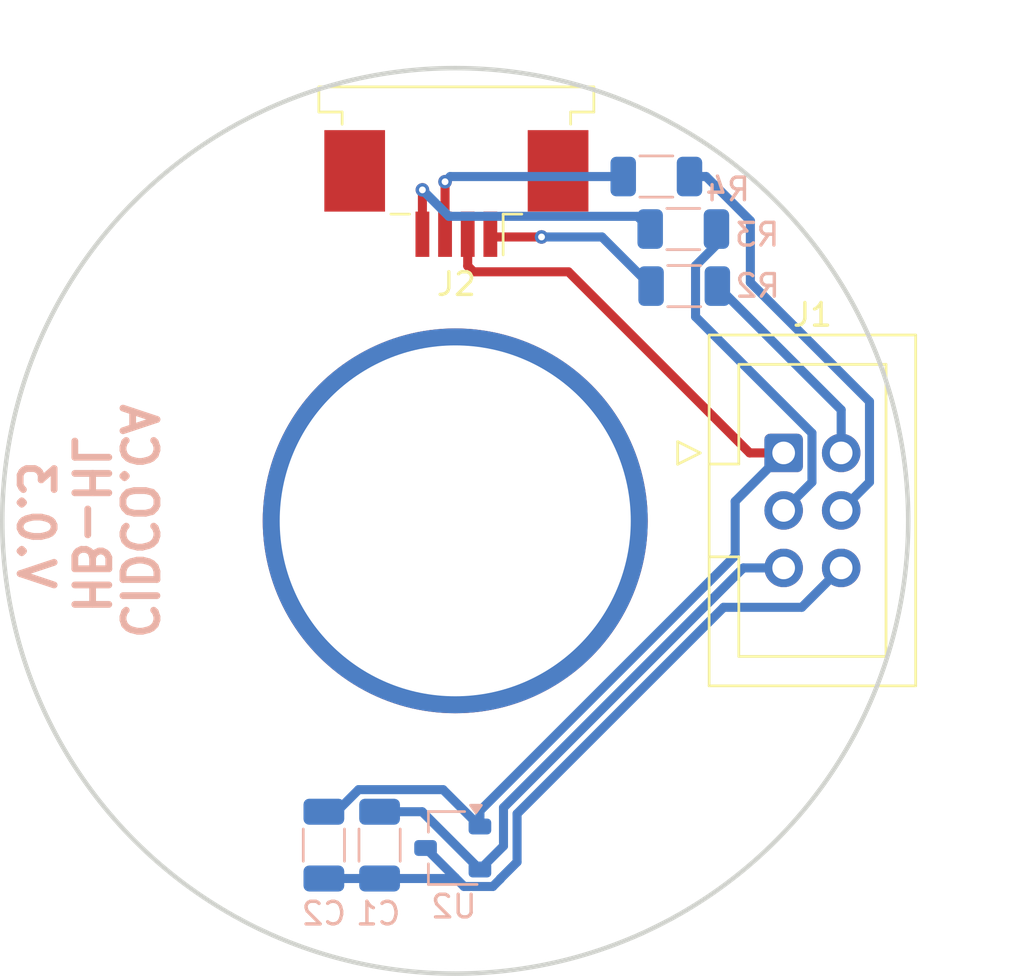
<source format=kicad_pcb>
(kicad_pcb (version 20240108) (generator "pcbnew") (generator_version "8.0")
  (layers (0 "F.Cu" signal) (1 "In1.Cu" signal) (2 "In2.Cu" signal) (31 "B.Cu" signal) (34 "B.Paste" user) (35 "F.Paste" user) (36 "B.SilkS" user "B.Silkscreen") (37 "F.SilkS" user "F.Silkscreen") (38 "B.Mask" user) (39 "F.Mask" user) (44 "Edge.Cuts" user))
  (net 0 "")
  (net 1 "VCC")
  (net 2 "Green")
  (net 3 "Blue")
  (net 4 "Red")
  (net 5 "GND")
  (net 6 "Signal")
  (net 8 "Net-(J2-Pin_1)")
  (net 9 "Net-(J2-Pin_4)")
  (net 10 "Net-(J2-Pin_3)")
  (footprint "Connector_IDC:IDC-Header_2x03_P2.54mm_Vertical" (layer "F.Cu") (at 114.5 97)
    (property "Reference" "J1" (at 1.27 -6.1 0) (layer "F.SilkS"))
    (property "Value" "Conn_02x03_Top_Bottom")
    (fp_line (start -4.68 -0.5) (end -4.68 0.5) (stroke (width 0.12)) (layer "F.SilkS"))
    (fp_line (start -4.68 0.5) (end -3.68 0) (stroke (width 0.12)) (layer "F.SilkS"))
    (fp_line (start -3.68 0) (end -4.68 -0.5) (stroke (width 0.12)) (layer "F.SilkS"))
    (fp_line (start -3.29 -5.21) (end 5.83 -5.21) (stroke (width 0.12)) (layer "F.SilkS"))
    (fp_line (start -3.29 0.49) (end -1.98 0.49) (stroke (width 0.12)) (layer "F.SilkS"))
    (fp_line (start -3.29 10.29) (end -3.29 -5.21) (stroke (width 0.12)) (layer "F.SilkS"))
    (fp_line (start -1.98 -3.91) (end 4.52 -3.91) (stroke (width 0.12)) (layer "F.SilkS"))
    (fp_line (start -1.98 0.49) (end -1.98 -3.91) (stroke (width 0.12)) (layer "F.SilkS"))
    (fp_line (start -1.98 4.59) (end -3.29 4.59) (stroke (width 0.12)) (layer "F.SilkS"))
    (fp_line (start -1.98 4.59) (end -1.98 4.59) (stroke (width 0.12)) (layer "F.SilkS"))
    (fp_line (start -1.98 8.99) (end -1.98 4.59) (stroke (width 0.12)) (layer "F.SilkS"))
    (fp_line (start 4.52 -3.91) (end 4.52 8.99) (stroke (width 0.12)) (layer "F.SilkS"))
    (fp_line (start 4.52 8.99) (end -1.98 8.99) (stroke (width 0.12)) (layer "F.SilkS"))
    (fp_line (start 5.83 -5.21) (end 5.83 10.29) (stroke (width 0.12)) (layer "F.SilkS"))
    (fp_line (start 5.83 10.29) (end -3.29 10.29) (stroke (width 0.12)) (layer "F.SilkS"))
    (pad "1" thru_hole roundrect (at 0 0) (size 1.7 1.7) (drill 1) (layers "*.Cu" "*.Mask") (roundrect_rratio 0.147059) (net 1 "VCC"))
    (pad "2" thru_hole circle (at 2.54 0) (size 1.7 1.7) (drill 1) (layers "*.Cu" "*.Mask") (net 4 "Red"))
    (pad "3" thru_hole circle (at 0 2.54) (size 1.7 1.7) (drill 1) (layers "*.Cu" "*.Mask") (net 2 "Green"))
    (pad "4" thru_hole circle (at 2.54 2.54) (size 1.7 1.7) (drill 1) (layers "*.Cu" "*.Mask") (net 3 "Blue"))
    (pad "5" thru_hole circle (at 0 5.08) (size 1.7 1.7) (drill 1) (layers "*.Cu" "*.Mask") (net 6 "Signal"))
    (pad "6" thru_hole circle (at 2.54 5.08) (size 1.7 1.7) (drill 1) (layers "*.Cu" "*.Mask") (net 5 "GND"))
  )
  (footprint "Connector_FFC-FPC:TE_84952-4_1x04-1MP_P1.0mm_Horizontal" (layer "F.Cu") (at 100.05 85.54 180)
    (property "Reference" "J2" (at 0 -4 0) (layer "F.SilkS"))
    (property "Value" "Conn_01x04_MountingPin")
    (fp_line (start 6.07 4.71) (end -6.07 4.71) (stroke (width 0.12)) (layer "F.SilkS"))
    (fp_line (start 6.07 3.6) (end 6.07 4.71) (stroke (width 0.12)) (layer "F.SilkS"))
    (fp_line (start 5.045 3.6) (end 6.07 3.6) (stroke (width 0.12)) (layer "F.SilkS"))
    (fp_line (start 5.045 3.06) (end 5.045 3.6) (stroke (width 0.12)) (layer "F.SilkS"))
    (fp_line (start 2.065 -0.91) (end 2.89 -0.91) (stroke (width 0.12)) (layer "F.SilkS"))
    (fp_line (start -2.065 -0.91) (end -2.065 -2.71) (stroke (width 0.12)) (layer "F.SilkS"))
    (fp_line (start -2.89 -0.91) (end -2.065 -0.91) (stroke (width 0.12)) (layer "F.SilkS"))
    (fp_line (start -5.045 3.6) (end -5.045 3.06) (stroke (width 0.12)) (layer "F.SilkS"))
    (fp_line (start -6.07 4.71) (end -6.07 3.6) (stroke (width 0.12)) (layer "F.SilkS"))
    (fp_line (start -6.07 3.6) (end -5.045 3.6) (stroke (width 0.12)) (layer "F.SilkS"))
    (pad "1" smd rect (at -1.5 -1.8 180) (size 0.61 2) (layers "F.Cu" "F.Paste" "F.Mask") (net 8 "Net-(J2-Pin_1)"))
    (pad "2" smd rect (at -0.5 -1.8 180) (size 0.61 2) (layers "F.Cu" "F.Paste" "F.Mask") (net 1 "VCC"))
    (pad "3" smd rect (at 0.5 -1.8 180) (size 0.61 2) (layers "F.Cu" "F.Paste" "F.Mask") (net 10 "Net-(J2-Pin_3)"))
    (pad "4" smd rect (at 1.5 -1.8 180) (size 0.61 2) (layers "F.Cu" "F.Paste" "F.Mask") (net 9 "Net-(J2-Pin_4)"))
    (pad "MP" smd rect (at -4.49 1 180) (size 2.68 3.6) (layers "F.Cu" "F.Paste" "F.Mask"))
    (pad "MP" smd rect (at 4.49 1 180) (size 2.68 3.6) (layers "F.Cu" "F.Paste" "F.Mask"))
  )
  (footprint "MountingHole:MountingHole_4.3mm_M4" (layer "F.Cu") (at 88.98 89.09)
    (property "Reference" "H1" (hide yes))
    (property "Value" "MountingHole")
    (pad "" np_thru_hole circle (at 0 0) (size 4.3 4.3) (drill 4.3) (layers "*.Cu" "*.Mask"))
  )
  (footprint "MountingHole:MountingHole_4.3mm_M4" (layer "F.Cu") (at 109.7 112.11)
    (property "Reference" "H3" (hide yes))
    (property "Value" "MountingHole")
    (pad "" np_thru_hole circle (at 0 0) (size 4.3 4.3) (drill 4.3) (layers "*.Cu" "*.Mask"))
  )
  (footprint "Resistor_SMD:R_1206_3216Metric" (layer "B.Cu") (at 110.07 87.11 180)
    (property "Reference" "R3" (at -3.26 -0.25 0) (layer "B.SilkS") (effects (justify mirror)))
    (property "Value" "80R")
    (fp_line (start 0.727064 0.91) (end -0.727064 0.91) (stroke (width 0.12)) (layer "B.SilkS"))
    (fp_line (start 0.727064 -0.91) (end -0.727064 -0.91) (stroke (width 0.12)) (layer "B.SilkS"))
    (pad "1" smd roundrect (at -1.4625 0 180) (size 1.125 1.75) (layers "B.Cu" "B.Paste" "B.Mask") (roundrect_rratio 0.222222) (net 2 "Green"))
    (pad "2" smd roundrect (at 1.4625 0 180) (size 1.125 1.75) (layers "B.Cu" "B.Paste" "B.Mask") (roundrect_rratio 0.222222) (net 9 "Net-(J2-Pin_4)"))
  )
  (footprint "Capacitor_SMD:C_1206_3216Metric" (layer "B.Cu") (at 96.66 114.325 -90)
    (property "Reference" "C1" (at 3.025 0.06 180) (layer "B.SilkS") (effects (justify mirror)))
    (property "Value" "10pf")
    (fp_line (start 0.711252 0.91) (end -0.711252 0.91) (stroke (width 0.12)) (layer "B.SilkS"))
    (fp_line (start 0.711252 -0.91) (end -0.711252 -0.91) (stroke (width 0.12)) (layer "B.SilkS"))
    (pad "1" smd roundrect (at -1.475 0 270) (size 1.15 1.8) (layers "B.Cu" "B.Paste" "B.Mask") (roundrect_rratio 0.217391) (net 6 "Signal"))
    (pad "2" smd roundrect (at 1.475 0 270) (size 1.15 1.8) (layers "B.Cu" "B.Paste" "B.Mask") (roundrect_rratio 0.217391) (net 5 "GND"))
  )
  (footprint "Resistor_SMD:R_1206_3216Metric" (layer "B.Cu") (at 110.11 89.63 180)
    (property "Reference" "R2" (at -3.24 0.01 0) (layer "B.SilkS") (effects (justify mirror)))
    (property "Value" "150R")
    (fp_line (start 0.727064 0.91) (end -0.727064 0.91) (stroke (width 0.12)) (layer "B.SilkS"))
    (fp_line (start 0.727064 -0.91) (end -0.727064 -0.91) (stroke (width 0.12)) (layer "B.SilkS"))
    (pad "1" smd roundrect (at -1.4625 0 180) (size 1.125 1.75) (layers "B.Cu" "B.Paste" "B.Mask") (roundrect_rratio 0.222222) (net 4 "Red"))
    (pad "2" smd roundrect (at 1.4625 0 180) (size 1.125 1.75) (layers "B.Cu" "B.Paste" "B.Mask") (roundrect_rratio 0.222222) (net 8 "Net-(J2-Pin_1)"))
  )
  (footprint "Resistor_SMD:R_1206_3216Metric" (layer "B.Cu") (at 108.88 84.79 180)
    (property "Reference" "R4" (at -3.15 -0.57 0) (layer "B.SilkS") (effects (justify mirror)))
    (property "Value" "80R")
    (fp_line (start 0.727064 0.91) (end -0.727064 0.91) (stroke (width 0.12)) (layer "B.SilkS"))
    (fp_line (start 0.727064 -0.91) (end -0.727064 -0.91) (stroke (width 0.12)) (layer "B.SilkS"))
    (pad "1" smd roundrect (at -1.4625 0 180) (size 1.125 1.75) (layers "B.Cu" "B.Paste" "B.Mask") (roundrect_rratio 0.222222) (net 3 "Blue"))
    (pad "2" smd roundrect (at 1.4625 0 180) (size 1.125 1.75) (layers "B.Cu" "B.Paste" "B.Mask") (roundrect_rratio 0.222222) (net 10 "Net-(J2-Pin_3)"))
  )
  (footprint "Package_TO_SOT_SMD:SOT-23W" (layer "B.Cu") (at 99.89 114.4525 180)
    (property "Reference" "U2" (at -0.05 -2.5875 0) (layer "B.SilkS") (effects (justify mirror)))
    (property "Value" "A3213LLHLT-T")
    (fp_line (start 1.075 1.61) (end -0.525 1.61) (stroke (width 0.12)) (layer "B.SilkS"))
    (fp_line (start 1.075 0.7) (end 1.075 1.61) (stroke (width 0.12)) (layer "B.SilkS"))
    (fp_line (start 1.075 -1.61) (end 1.075 -0.7) (stroke (width 0.12)) (layer "B.SilkS"))
    (fp_line (start 1.075 -1.61) (end -1.075 -1.61) (stroke (width 0.12)) (layer "B.SilkS"))
    (fp_poly (pts (xy -1.025 1.56) (xy -1.265 1.89) (xy -0.785 1.89) (xy -1.025 1.56)) (stroke (width 0.12)) (fill solid) (layer "B.SilkS"))
    (pad "1" smd roundrect (at -1.2 0.95 180) (size 1 0.7) (layers "B.Cu" "B.Paste" "B.Mask") (net 1 "VCC"))
    (pad "2" smd roundrect (at -1.2 -0.95 180) (size 1 0.7) (layers "B.Cu" "B.Paste" "B.Mask") (net 6 "Signal"))
    (pad "3" smd roundrect (at 1.2 0 180) (size 1 0.7) (layers "B.Cu" "B.Paste" "B.Mask") (net 5 "GND"))
  )
  (footprint "Capacitor_SMD:C_1206_3216Metric" (layer "B.Cu") (at 94.2 114.325 -90)
    (property "Reference" "C2" (at 3.025 0 180) (layer "B.SilkS") (effects (justify mirror)))
    (property "Value" "0.1uf")
    (fp_line (start 0.711252 0.91) (end -0.711252 0.91) (stroke (width 0.12)) (layer "B.SilkS"))
    (fp_line (start 0.711252 -0.91) (end -0.711252 -0.91) (stroke (width 0.12)) (layer "B.SilkS"))
    (pad "1" smd roundrect (at -1.475 0 270) (size 1.15 1.8) (layers "B.Cu" "B.Paste" "B.Mask") (roundrect_rratio 0.217391) (net 1 "VCC"))
    (pad "2" smd roundrect (at 1.475 0 270) (size 1.15 1.8) (layers "B.Cu" "B.Paste" "B.Mask") (roundrect_rratio 0.217391) (net 5 "GND"))
  )
  (gr_circle (center 100 100) (end 120 100) (stroke (width 0.2)) (fill none) (layer "Edge.Cuts"))
  (gr_text "HB-HL\nV.0.3" (at 80.59 100.19 270) (layer "B.SilkS") (effects (font (size 1.5 1.5) (thickness 0.3) (bold yes)) (justify bottom mirror)))
  (gr_text "CIDCO.CA" (at 85.13 105.36 -90) (layer "B.SilkS") (effects (font (size 1.5 1.5) (thickness 0.3) (bold yes)) (justify left bottom mirror)))
  (via (at 100 100) (size 17) (drill 15.5) (layers "F.Cu" "B.Cu") (net 0))
  (segment (start 105 89) (end 113 97) (width 0.4) (layer "F.Cu") (net 1))
  (segment (start 100.55 87.34) (end 100.55 88.74) (width 0.4) (layer "F.Cu") (net 1))
  (segment (start 100.81 89) (end 105 89) (width 0.4) (layer "F.Cu") (net 1))
  (segment (start 100.55 88.74) (end 100.81 89) (width 0.4) (layer "F.Cu") (net 1))
  (segment (start 113 97) (end 114.5 97) (width 0.4) (layer "F.Cu") (net 1))
  (segment (start 114.5 97) (end 112.36 99.14) (width 0.4) (layer "B.Cu") (net 1))
  (segment (start 94.2 112.85) (end 94.758834 112.85) (width 0.4) (layer "B.Cu") (net 1))
  (segment (start 112.36 101.54) (end 101.09 112.81) (width 0.4) (layer "B.Cu") (net 1))
  (segment (start 99.4625 111.875) (end 101.09 113.5025) (width 0.4) (layer "B.Cu") (net 1))
  (segment (start 101.09 112.81) (end 101.09 113.5025) (width 0.4) (layer "B.Cu") (net 1))
  (segment (start 95.733834 111.875) (end 99.4625 111.875) (width 0.4) (layer "B.Cu") (net 1))
  (segment (start 94.758834 112.85) (end 95.733834 111.875) (width 0.4) (layer "B.Cu") (net 1))
  (segment (start 112.36 99.14) (end 112.36 101.54) (width 0.4) (layer "B.Cu") (net 1))
  (segment (start 111.5325 87.11) (end 111.5325 87.806334) (width 0.4) (layer "B.Cu") (net 2))
  (segment (start 111.5325 87.806334) (end 110.61 88.728834) (width 0.4) (layer "B.Cu") (net 2))
  (segment (start 110.61 90.983834) (end 115.75 96.123834) (width 0.4) (layer "B.Cu") (net 2))
  (segment (start 115.75 96.123834) (end 115.75 98.29) (width 0.4) (layer "B.Cu") (net 2))
  (segment (start 115.75 98.29) (end 114.5 99.54) (width 0.4) (layer "B.Cu") (net 2))
  (segment (start 110.61 88.728834) (end 110.61 90.983834) (width 0.4) (layer "B.Cu") (net 2))
  (segment (start 117.12 99.54) (end 117.04 99.54) (width 0.4) (layer "F.Cu") (net 3))
  (segment (start 111.076166 84.79) (end 113.03 86.743834) (width 0.4) (layer "B.Cu") (net 3))
  (segment (start 113.03 89.47) (end 118.29 94.73) (width 0.4) (layer "B.Cu") (net 3))
  (segment (start 113.03 86.743834) (end 113.03 89.47) (width 0.4) (layer "B.Cu") (net 3))
  (segment (start 118.29 98.29) (end 117.04 99.54) (width 0.4) (layer "B.Cu") (net 3))
  (segment (start 118.29 94.73) (end 118.29 98.29) (width 0.4) (layer "B.Cu") (net 3))
  (segment (start 110.3425 84.79) (end 111.076166 84.79) (width 0.4) (layer "B.Cu") (net 3))
  (segment (start 111.5725 89.63) (end 117.04 95.0975) (width 0.4) (layer "B.Cu") (net 4))
  (segment (start 117.04 95.0975) (end 117.04 97) (width 0.4) (layer "B.Cu") (net 4))
  (segment (start 101.658022 116.1525) (end 101.99 115.820522) (width 0.4) (layer "B.Cu") (net 5))
  (segment (start 98.69 114.4525) (end 99.99375 115.75625) (width 0.4) (layer "B.Cu") (net 5))
  (segment (start 99.99375 115.75625) (end 100.39 116.1525) (width 0.4) (layer "B.Cu") (net 5))
  (segment (start 101.99 115.81) (end 102.73 115.07) (width 0.4) (layer "B.Cu") (net 5))
  (segment (start 102.73 112.94) (end 111.85 103.82) (width 0.4) (layer "B.Cu") (net 5))
  (segment (start 115.3 103.82) (end 117.04 102.08) (width 0.4) (layer "B.Cu") (net 5))
  (segment (start 94.2 115.8) (end 96.66 115.8) (width 0.4) (layer "B.Cu") (net 5))
  (segment (start 96.66 115.8) (end 99.95 115.8) (width 0.4) (layer "B.Cu") (net 5))
  (segment (start 99.95 115.8) (end 99.99375 115.75625) (width 0.4) (layer "B.Cu") (net 5))
  (segment (start 111.85 103.82) (end 115.3 103.82) (width 0.4) (layer "B.Cu") (net 5))
  (segment (start 102.73 115.07) (end 102.73 112.94) (width 0.4) (layer "B.Cu") (net 5))
  (segment (start 100.39 116.1525) (end 101.658022 116.1525) (width 0.4) (layer "B.Cu") (net 5))
  (segment (start 101.99 115.820522) (end 101.99 115.81) (width 0.4) (layer "B.Cu") (net 5))
  (segment (start 114.5 102.425) (end 114.5 102.08) (width 0.4) (layer "F.Cu") (net 6))
  (segment (start 96.66 112.85) (end 98.5375 112.85) (width 0.4) (layer "B.Cu") (net 6))
  (segment (start 98.5375 112.85) (end 101.09 115.4025) (width 0.4) (layer "B.Cu") (net 6))
  (segment (start 102.13 112.67) (end 102.13 114.3625) (width 0.4) (layer "B.Cu") (net 6))
  (segment (start 102.13 114.3625) (end 101.09 115.4025) (width 0.4) (layer "B.Cu") (net 6))
  (segment (start 112.72 102.08) (end 102.13 112.67) (width 0.4) (layer "B.Cu") (net 6))
  (segment (start 114.5 102.08) (end 112.72 102.08) (width 0.4) (layer "B.Cu") (net 6))
  (segment (start 103.81 87.46) (end 101.67 87.46) (width 0.4) (layer "F.Cu") (net 8))
  (segment (start 101.67 87.46) (end 101.55 87.34) (width 0.4) (layer "F.Cu") (net 8))
  (via (at 103.81 87.46) (size 0.6) (drill 0.3) (layers "F.Cu" "B.Cu") (net 8))
  (segment (start 106.4775 87.46) (end 103.81 87.46) (width 0.4) (layer "B.Cu") (net 8))
  (segment (start 108.6475 89.63) (end 106.4775 87.46) (width 0.4) (layer "B.Cu") (net 8))
  (segment (start 108.5975 87.1) (end 108.6075 87.11) (width 0.4) (layer "F.Cu") (net 9))
  (segment (start 98.55 85.38) (end 98.55 87.34) (width 0.4) (layer "F.Cu") (net 9))
  (via (at 98.55 85.38) (size 0.6) (drill 0.3) (layers "F.Cu" "B.Cu") (net 9))
  (segment (start 108.6075 87.11) (end 108.045 86.5475) (width 0.4) (layer "B.Cu") (net 9))
  (segment (start 108.045 86.5475) (end 99.7175 86.5475) (width 0.4) (layer "B.Cu") (net 9))
  (segment (start 99.7175 86.5475) (end 98.55 85.38) (width 0.4) (layer "B.Cu") (net 9))
  (segment (start 99.55 85.02) (end 99.55 87.34) (width 0.4) (layer "F.Cu") (net 10))
  (via (at 99.55 85.02) (size 0.6) (drill 0.3) (layers "F.Cu" "B.Cu") (net 10))
  (segment (start 99.78 84.79) (end 99.55 85.02) (width 0.4) (layer "B.Cu") (net 10))
  (segment (start 107.4175 84.79) (end 99.78 84.79) (width 0.4) (layer "B.Cu") (net 10))
)
</source>
